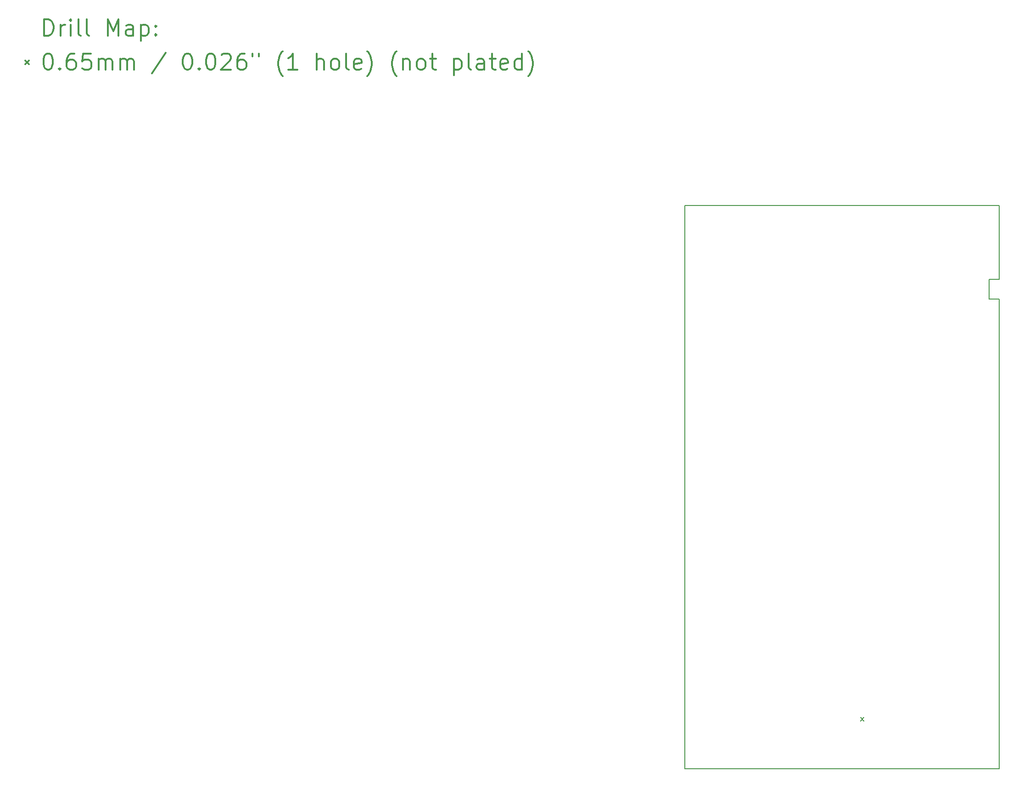
<source format=gbr>
%FSLAX45Y45*%
G04 Gerber Fmt 4.5, Leading zero omitted, Abs format (unit mm)*
G04 Created by KiCad (PCBNEW (5.1.6-0-10_14)) date 2020-08-16 20:11:17*
%MOMM*%
%LPD*%
G01*
G04 APERTURE LIST*
%TA.AperFunction,Profile*%
%ADD10C,0.150000*%
%TD*%
%ADD11C,0.200000*%
%ADD12C,0.300000*%
G04 APERTURE END LIST*
D10*
X17900000Y-5325000D02*
X17900000Y-14000000D01*
X17900000Y-3600000D02*
X17900000Y-4965000D01*
X17720000Y-4965000D02*
X17900000Y-4965000D01*
X17720000Y-5325000D02*
X17720000Y-4965000D01*
X17900000Y-5325000D02*
X17720000Y-5325000D01*
X12100000Y-14000000D02*
X17900000Y-14000000D01*
X12100000Y-3600000D02*
X12100000Y-14000000D01*
X12100000Y-3600000D02*
X17900000Y-3600000D01*
D11*
X15342500Y-13052500D02*
X15407500Y-13117500D01*
X15407500Y-13052500D02*
X15342500Y-13117500D01*
D12*
X286429Y-465714D02*
X286429Y-165714D01*
X357857Y-165714D01*
X400714Y-180000D01*
X429286Y-208571D01*
X443571Y-237143D01*
X457857Y-294286D01*
X457857Y-337143D01*
X443571Y-394286D01*
X429286Y-422857D01*
X400714Y-451428D01*
X357857Y-465714D01*
X286429Y-465714D01*
X586429Y-465714D02*
X586429Y-265714D01*
X586429Y-322857D02*
X600714Y-294286D01*
X615000Y-280000D01*
X643571Y-265714D01*
X672143Y-265714D01*
X772143Y-465714D02*
X772143Y-265714D01*
X772143Y-165714D02*
X757857Y-180000D01*
X772143Y-194286D01*
X786428Y-180000D01*
X772143Y-165714D01*
X772143Y-194286D01*
X957857Y-465714D02*
X929286Y-451428D01*
X915000Y-422857D01*
X915000Y-165714D01*
X1115000Y-465714D02*
X1086429Y-451428D01*
X1072143Y-422857D01*
X1072143Y-165714D01*
X1457857Y-465714D02*
X1457857Y-165714D01*
X1557857Y-380000D01*
X1657857Y-165714D01*
X1657857Y-465714D01*
X1929286Y-465714D02*
X1929286Y-308571D01*
X1915000Y-280000D01*
X1886428Y-265714D01*
X1829286Y-265714D01*
X1800714Y-280000D01*
X1929286Y-451428D02*
X1900714Y-465714D01*
X1829286Y-465714D01*
X1800714Y-451428D01*
X1786428Y-422857D01*
X1786428Y-394286D01*
X1800714Y-365714D01*
X1829286Y-351428D01*
X1900714Y-351428D01*
X1929286Y-337143D01*
X2072143Y-265714D02*
X2072143Y-565714D01*
X2072143Y-280000D02*
X2100714Y-265714D01*
X2157857Y-265714D01*
X2186429Y-280000D01*
X2200714Y-294286D01*
X2215000Y-322857D01*
X2215000Y-408571D01*
X2200714Y-437143D01*
X2186429Y-451428D01*
X2157857Y-465714D01*
X2100714Y-465714D01*
X2072143Y-451428D01*
X2343571Y-437143D02*
X2357857Y-451428D01*
X2343571Y-465714D01*
X2329286Y-451428D01*
X2343571Y-437143D01*
X2343571Y-465714D01*
X2343571Y-280000D02*
X2357857Y-294286D01*
X2343571Y-308571D01*
X2329286Y-294286D01*
X2343571Y-280000D01*
X2343571Y-308571D01*
X-65000Y-927500D02*
X0Y-992500D01*
X0Y-927500D02*
X-65000Y-992500D01*
X343571Y-795714D02*
X372143Y-795714D01*
X400714Y-810000D01*
X415000Y-824286D01*
X429286Y-852857D01*
X443571Y-910000D01*
X443571Y-981428D01*
X429286Y-1038571D01*
X415000Y-1067143D01*
X400714Y-1081429D01*
X372143Y-1095714D01*
X343571Y-1095714D01*
X315000Y-1081429D01*
X300714Y-1067143D01*
X286429Y-1038571D01*
X272143Y-981428D01*
X272143Y-910000D01*
X286429Y-852857D01*
X300714Y-824286D01*
X315000Y-810000D01*
X343571Y-795714D01*
X572143Y-1067143D02*
X586429Y-1081429D01*
X572143Y-1095714D01*
X557857Y-1081429D01*
X572143Y-1067143D01*
X572143Y-1095714D01*
X843571Y-795714D02*
X786428Y-795714D01*
X757857Y-810000D01*
X743571Y-824286D01*
X715000Y-867143D01*
X700714Y-924286D01*
X700714Y-1038571D01*
X715000Y-1067143D01*
X729286Y-1081429D01*
X757857Y-1095714D01*
X815000Y-1095714D01*
X843571Y-1081429D01*
X857857Y-1067143D01*
X872143Y-1038571D01*
X872143Y-967143D01*
X857857Y-938571D01*
X843571Y-924286D01*
X815000Y-910000D01*
X757857Y-910000D01*
X729286Y-924286D01*
X715000Y-938571D01*
X700714Y-967143D01*
X1143571Y-795714D02*
X1000714Y-795714D01*
X986428Y-938571D01*
X1000714Y-924286D01*
X1029286Y-910000D01*
X1100714Y-910000D01*
X1129286Y-924286D01*
X1143571Y-938571D01*
X1157857Y-967143D01*
X1157857Y-1038571D01*
X1143571Y-1067143D01*
X1129286Y-1081429D01*
X1100714Y-1095714D01*
X1029286Y-1095714D01*
X1000714Y-1081429D01*
X986428Y-1067143D01*
X1286429Y-1095714D02*
X1286429Y-895714D01*
X1286429Y-924286D02*
X1300714Y-910000D01*
X1329286Y-895714D01*
X1372143Y-895714D01*
X1400714Y-910000D01*
X1415000Y-938571D01*
X1415000Y-1095714D01*
X1415000Y-938571D02*
X1429286Y-910000D01*
X1457857Y-895714D01*
X1500714Y-895714D01*
X1529286Y-910000D01*
X1543571Y-938571D01*
X1543571Y-1095714D01*
X1686428Y-1095714D02*
X1686428Y-895714D01*
X1686428Y-924286D02*
X1700714Y-910000D01*
X1729286Y-895714D01*
X1772143Y-895714D01*
X1800714Y-910000D01*
X1815000Y-938571D01*
X1815000Y-1095714D01*
X1815000Y-938571D02*
X1829286Y-910000D01*
X1857857Y-895714D01*
X1900714Y-895714D01*
X1929286Y-910000D01*
X1943571Y-938571D01*
X1943571Y-1095714D01*
X2529286Y-781428D02*
X2272143Y-1167143D01*
X2915000Y-795714D02*
X2943571Y-795714D01*
X2972143Y-810000D01*
X2986428Y-824286D01*
X3000714Y-852857D01*
X3015000Y-910000D01*
X3015000Y-981428D01*
X3000714Y-1038571D01*
X2986428Y-1067143D01*
X2972143Y-1081429D01*
X2943571Y-1095714D01*
X2915000Y-1095714D01*
X2886428Y-1081429D01*
X2872143Y-1067143D01*
X2857857Y-1038571D01*
X2843571Y-981428D01*
X2843571Y-910000D01*
X2857857Y-852857D01*
X2872143Y-824286D01*
X2886428Y-810000D01*
X2915000Y-795714D01*
X3143571Y-1067143D02*
X3157857Y-1081429D01*
X3143571Y-1095714D01*
X3129286Y-1081429D01*
X3143571Y-1067143D01*
X3143571Y-1095714D01*
X3343571Y-795714D02*
X3372143Y-795714D01*
X3400714Y-810000D01*
X3415000Y-824286D01*
X3429286Y-852857D01*
X3443571Y-910000D01*
X3443571Y-981428D01*
X3429286Y-1038571D01*
X3415000Y-1067143D01*
X3400714Y-1081429D01*
X3372143Y-1095714D01*
X3343571Y-1095714D01*
X3315000Y-1081429D01*
X3300714Y-1067143D01*
X3286428Y-1038571D01*
X3272143Y-981428D01*
X3272143Y-910000D01*
X3286428Y-852857D01*
X3300714Y-824286D01*
X3315000Y-810000D01*
X3343571Y-795714D01*
X3557857Y-824286D02*
X3572143Y-810000D01*
X3600714Y-795714D01*
X3672143Y-795714D01*
X3700714Y-810000D01*
X3715000Y-824286D01*
X3729286Y-852857D01*
X3729286Y-881428D01*
X3715000Y-924286D01*
X3543571Y-1095714D01*
X3729286Y-1095714D01*
X3986428Y-795714D02*
X3929286Y-795714D01*
X3900714Y-810000D01*
X3886428Y-824286D01*
X3857857Y-867143D01*
X3843571Y-924286D01*
X3843571Y-1038571D01*
X3857857Y-1067143D01*
X3872143Y-1081429D01*
X3900714Y-1095714D01*
X3957857Y-1095714D01*
X3986428Y-1081429D01*
X4000714Y-1067143D01*
X4015000Y-1038571D01*
X4015000Y-967143D01*
X4000714Y-938571D01*
X3986428Y-924286D01*
X3957857Y-910000D01*
X3900714Y-910000D01*
X3872143Y-924286D01*
X3857857Y-938571D01*
X3843571Y-967143D01*
X4129286Y-795714D02*
X4129286Y-852857D01*
X4243571Y-795714D02*
X4243571Y-852857D01*
X4686429Y-1210000D02*
X4672143Y-1195714D01*
X4643571Y-1152857D01*
X4629286Y-1124286D01*
X4615000Y-1081429D01*
X4600714Y-1010000D01*
X4600714Y-952857D01*
X4615000Y-881428D01*
X4629286Y-838571D01*
X4643571Y-810000D01*
X4672143Y-767143D01*
X4686429Y-752857D01*
X4957857Y-1095714D02*
X4786429Y-1095714D01*
X4872143Y-1095714D02*
X4872143Y-795714D01*
X4843571Y-838571D01*
X4815000Y-867143D01*
X4786429Y-881428D01*
X5315000Y-1095714D02*
X5315000Y-795714D01*
X5443571Y-1095714D02*
X5443571Y-938571D01*
X5429286Y-910000D01*
X5400714Y-895714D01*
X5357857Y-895714D01*
X5329286Y-910000D01*
X5315000Y-924286D01*
X5629286Y-1095714D02*
X5600714Y-1081429D01*
X5586429Y-1067143D01*
X5572143Y-1038571D01*
X5572143Y-952857D01*
X5586429Y-924286D01*
X5600714Y-910000D01*
X5629286Y-895714D01*
X5672143Y-895714D01*
X5700714Y-910000D01*
X5715000Y-924286D01*
X5729286Y-952857D01*
X5729286Y-1038571D01*
X5715000Y-1067143D01*
X5700714Y-1081429D01*
X5672143Y-1095714D01*
X5629286Y-1095714D01*
X5900714Y-1095714D02*
X5872143Y-1081429D01*
X5857857Y-1052857D01*
X5857857Y-795714D01*
X6129286Y-1081429D02*
X6100714Y-1095714D01*
X6043571Y-1095714D01*
X6015000Y-1081429D01*
X6000714Y-1052857D01*
X6000714Y-938571D01*
X6015000Y-910000D01*
X6043571Y-895714D01*
X6100714Y-895714D01*
X6129286Y-910000D01*
X6143571Y-938571D01*
X6143571Y-967143D01*
X6000714Y-995714D01*
X6243571Y-1210000D02*
X6257857Y-1195714D01*
X6286428Y-1152857D01*
X6300714Y-1124286D01*
X6315000Y-1081429D01*
X6329286Y-1010000D01*
X6329286Y-952857D01*
X6315000Y-881428D01*
X6300714Y-838571D01*
X6286428Y-810000D01*
X6257857Y-767143D01*
X6243571Y-752857D01*
X6786428Y-1210000D02*
X6772143Y-1195714D01*
X6743571Y-1152857D01*
X6729286Y-1124286D01*
X6715000Y-1081429D01*
X6700714Y-1010000D01*
X6700714Y-952857D01*
X6715000Y-881428D01*
X6729286Y-838571D01*
X6743571Y-810000D01*
X6772143Y-767143D01*
X6786428Y-752857D01*
X6900714Y-895714D02*
X6900714Y-1095714D01*
X6900714Y-924286D02*
X6915000Y-910000D01*
X6943571Y-895714D01*
X6986428Y-895714D01*
X7015000Y-910000D01*
X7029286Y-938571D01*
X7029286Y-1095714D01*
X7215000Y-1095714D02*
X7186428Y-1081429D01*
X7172143Y-1067143D01*
X7157857Y-1038571D01*
X7157857Y-952857D01*
X7172143Y-924286D01*
X7186428Y-910000D01*
X7215000Y-895714D01*
X7257857Y-895714D01*
X7286428Y-910000D01*
X7300714Y-924286D01*
X7315000Y-952857D01*
X7315000Y-1038571D01*
X7300714Y-1067143D01*
X7286428Y-1081429D01*
X7257857Y-1095714D01*
X7215000Y-1095714D01*
X7400714Y-895714D02*
X7515000Y-895714D01*
X7443571Y-795714D02*
X7443571Y-1052857D01*
X7457857Y-1081429D01*
X7486428Y-1095714D01*
X7515000Y-1095714D01*
X7843571Y-895714D02*
X7843571Y-1195714D01*
X7843571Y-910000D02*
X7872143Y-895714D01*
X7929286Y-895714D01*
X7957857Y-910000D01*
X7972143Y-924286D01*
X7986428Y-952857D01*
X7986428Y-1038571D01*
X7972143Y-1067143D01*
X7957857Y-1081429D01*
X7929286Y-1095714D01*
X7872143Y-1095714D01*
X7843571Y-1081429D01*
X8157857Y-1095714D02*
X8129286Y-1081429D01*
X8115000Y-1052857D01*
X8115000Y-795714D01*
X8400714Y-1095714D02*
X8400714Y-938571D01*
X8386428Y-910000D01*
X8357857Y-895714D01*
X8300714Y-895714D01*
X8272143Y-910000D01*
X8400714Y-1081429D02*
X8372143Y-1095714D01*
X8300714Y-1095714D01*
X8272143Y-1081429D01*
X8257857Y-1052857D01*
X8257857Y-1024286D01*
X8272143Y-995714D01*
X8300714Y-981428D01*
X8372143Y-981428D01*
X8400714Y-967143D01*
X8500714Y-895714D02*
X8615000Y-895714D01*
X8543571Y-795714D02*
X8543571Y-1052857D01*
X8557857Y-1081429D01*
X8586429Y-1095714D01*
X8615000Y-1095714D01*
X8829286Y-1081429D02*
X8800714Y-1095714D01*
X8743571Y-1095714D01*
X8715000Y-1081429D01*
X8700714Y-1052857D01*
X8700714Y-938571D01*
X8715000Y-910000D01*
X8743571Y-895714D01*
X8800714Y-895714D01*
X8829286Y-910000D01*
X8843571Y-938571D01*
X8843571Y-967143D01*
X8700714Y-995714D01*
X9100714Y-1095714D02*
X9100714Y-795714D01*
X9100714Y-1081429D02*
X9072143Y-1095714D01*
X9015000Y-1095714D01*
X8986429Y-1081429D01*
X8972143Y-1067143D01*
X8957857Y-1038571D01*
X8957857Y-952857D01*
X8972143Y-924286D01*
X8986429Y-910000D01*
X9015000Y-895714D01*
X9072143Y-895714D01*
X9100714Y-910000D01*
X9215000Y-1210000D02*
X9229286Y-1195714D01*
X9257857Y-1152857D01*
X9272143Y-1124286D01*
X9286429Y-1081429D01*
X9300714Y-1010000D01*
X9300714Y-952857D01*
X9286429Y-881428D01*
X9272143Y-838571D01*
X9257857Y-810000D01*
X9229286Y-767143D01*
X9215000Y-752857D01*
M02*

</source>
